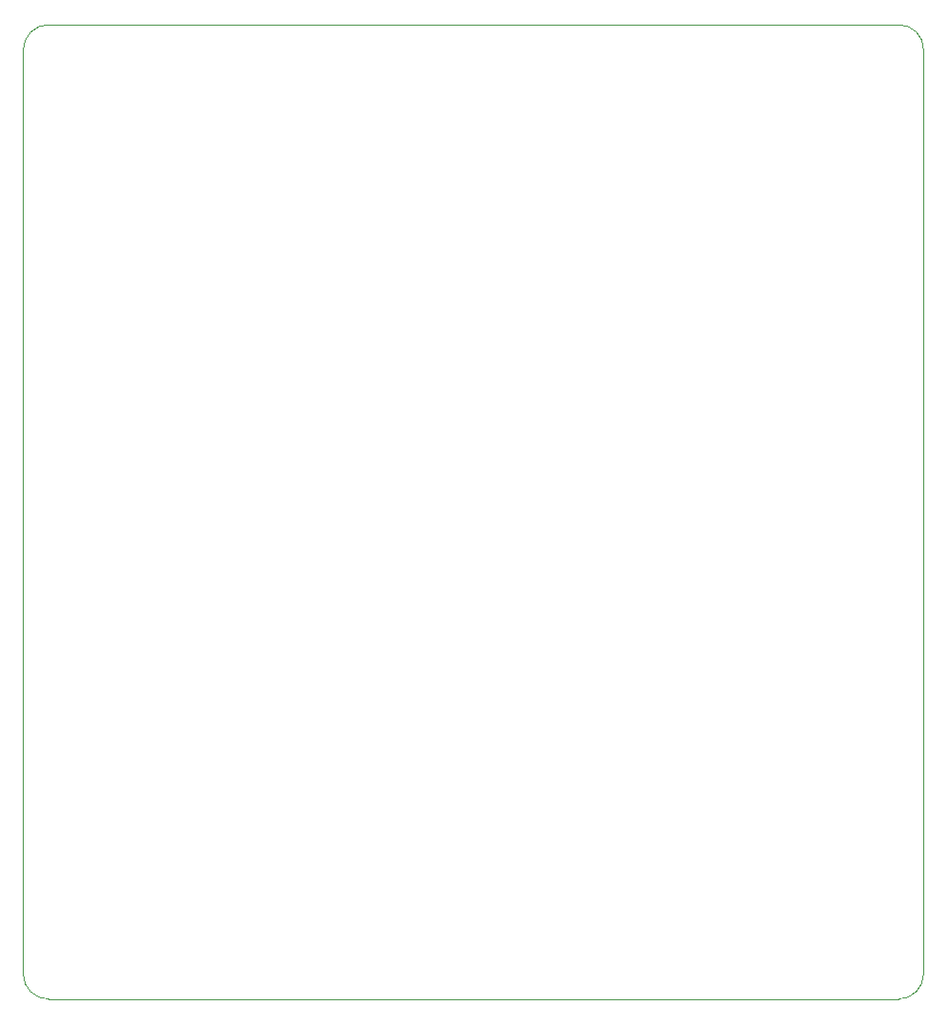
<source format=gm1>
G04 #@! TF.GenerationSoftware,KiCad,Pcbnew,(6.0.5)*
G04 #@! TF.CreationDate,2023-02-15T17:46:13-07:00*
G04 #@! TF.ProjectId,EVCU,45564355-2e6b-4696-9361-645f70636258,rev?*
G04 #@! TF.SameCoordinates,Original*
G04 #@! TF.FileFunction,Profile,NP*
%FSLAX46Y46*%
G04 Gerber Fmt 4.6, Leading zero omitted, Abs format (unit mm)*
G04 Created by KiCad (PCBNEW (6.0.5)) date 2023-02-15 17:46:13*
%MOMM*%
%LPD*%
G01*
G04 APERTURE LIST*
G04 #@! TA.AperFunction,Profile*
%ADD10C,0.100000*%
G04 #@! TD*
G04 APERTURE END LIST*
D10*
X81530524Y-127286061D02*
G75*
G03*
X83820000Y-129540000I2254176J-39D01*
G01*
X161798023Y-44929809D02*
G75*
G03*
X159555208Y-42697406I-2209923J22609D01*
G01*
X83820000Y-42693875D02*
G75*
G03*
X81530475Y-44983400I0J-2289525D01*
G01*
X81530475Y-44983400D02*
X81530475Y-127286061D01*
X159550690Y-129540049D02*
G75*
G03*
X161798039Y-127279400I12110J2235349D01*
G01*
X83820000Y-129540000D02*
X159550690Y-129540000D01*
X159555208Y-42697406D02*
X83820000Y-42693875D01*
X161798039Y-127279400D02*
X161798000Y-44929809D01*
M02*

</source>
